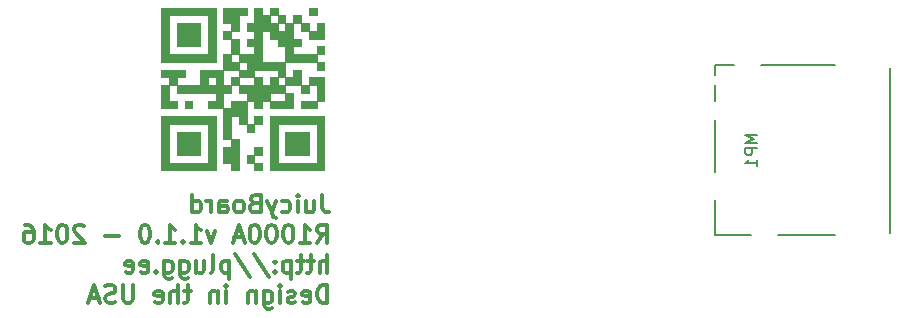
<source format=gbr>
G04 #@! TF.FileFunction,Legend,Bot*
%FSLAX46Y46*%
G04 Gerber Fmt 4.6, Leading zero omitted, Abs format (unit mm)*
G04 Created by KiCad (PCBNEW 4.0.3+e1-6302~38~ubuntu14.04.1-stable) date Wed Sep 28 21:03:55 2016*
%MOMM*%
%LPD*%
G01*
G04 APERTURE LIST*
%ADD10C,0.100000*%
%ADD11C,0.300000*%
%ADD12C,0.152400*%
%ADD13C,0.010000*%
%ADD14C,0.150000*%
G04 APERTURE END LIST*
D10*
D11*
X127114286Y-94953571D02*
X127114286Y-96025000D01*
X127185714Y-96239286D01*
X127328571Y-96382143D01*
X127542857Y-96453571D01*
X127685714Y-96453571D01*
X125757143Y-95453571D02*
X125757143Y-96453571D01*
X126400000Y-95453571D02*
X126400000Y-96239286D01*
X126328572Y-96382143D01*
X126185714Y-96453571D01*
X125971429Y-96453571D01*
X125828572Y-96382143D01*
X125757143Y-96310714D01*
X125042857Y-96453571D02*
X125042857Y-95453571D01*
X125042857Y-94953571D02*
X125114286Y-95025000D01*
X125042857Y-95096429D01*
X124971429Y-95025000D01*
X125042857Y-94953571D01*
X125042857Y-95096429D01*
X123685714Y-96382143D02*
X123828571Y-96453571D01*
X124114285Y-96453571D01*
X124257143Y-96382143D01*
X124328571Y-96310714D01*
X124400000Y-96167857D01*
X124400000Y-95739286D01*
X124328571Y-95596429D01*
X124257143Y-95525000D01*
X124114285Y-95453571D01*
X123828571Y-95453571D01*
X123685714Y-95525000D01*
X123185714Y-95453571D02*
X122828571Y-96453571D01*
X122471429Y-95453571D02*
X122828571Y-96453571D01*
X122971429Y-96810714D01*
X123042857Y-96882143D01*
X123185714Y-96953571D01*
X121400000Y-95667857D02*
X121185714Y-95739286D01*
X121114286Y-95810714D01*
X121042857Y-95953571D01*
X121042857Y-96167857D01*
X121114286Y-96310714D01*
X121185714Y-96382143D01*
X121328572Y-96453571D01*
X121900000Y-96453571D01*
X121900000Y-94953571D01*
X121400000Y-94953571D01*
X121257143Y-95025000D01*
X121185714Y-95096429D01*
X121114286Y-95239286D01*
X121114286Y-95382143D01*
X121185714Y-95525000D01*
X121257143Y-95596429D01*
X121400000Y-95667857D01*
X121900000Y-95667857D01*
X120185714Y-96453571D02*
X120328572Y-96382143D01*
X120400000Y-96310714D01*
X120471429Y-96167857D01*
X120471429Y-95739286D01*
X120400000Y-95596429D01*
X120328572Y-95525000D01*
X120185714Y-95453571D01*
X119971429Y-95453571D01*
X119828572Y-95525000D01*
X119757143Y-95596429D01*
X119685714Y-95739286D01*
X119685714Y-96167857D01*
X119757143Y-96310714D01*
X119828572Y-96382143D01*
X119971429Y-96453571D01*
X120185714Y-96453571D01*
X118400000Y-96453571D02*
X118400000Y-95667857D01*
X118471429Y-95525000D01*
X118614286Y-95453571D01*
X118900000Y-95453571D01*
X119042857Y-95525000D01*
X118400000Y-96382143D02*
X118542857Y-96453571D01*
X118900000Y-96453571D01*
X119042857Y-96382143D01*
X119114286Y-96239286D01*
X119114286Y-96096429D01*
X119042857Y-95953571D01*
X118900000Y-95882143D01*
X118542857Y-95882143D01*
X118400000Y-95810714D01*
X117685714Y-96453571D02*
X117685714Y-95453571D01*
X117685714Y-95739286D02*
X117614286Y-95596429D01*
X117542857Y-95525000D01*
X117400000Y-95453571D01*
X117257143Y-95453571D01*
X116114286Y-96453571D02*
X116114286Y-94953571D01*
X116114286Y-96382143D02*
X116257143Y-96453571D01*
X116542857Y-96453571D01*
X116685715Y-96382143D01*
X116757143Y-96310714D01*
X116828572Y-96167857D01*
X116828572Y-95739286D01*
X116757143Y-95596429D01*
X116685715Y-95525000D01*
X116542857Y-95453571D01*
X116257143Y-95453571D01*
X116114286Y-95525000D01*
X126685714Y-99003571D02*
X127185714Y-98289286D01*
X127542857Y-99003571D02*
X127542857Y-97503571D01*
X126971429Y-97503571D01*
X126828571Y-97575000D01*
X126757143Y-97646429D01*
X126685714Y-97789286D01*
X126685714Y-98003571D01*
X126757143Y-98146429D01*
X126828571Y-98217857D01*
X126971429Y-98289286D01*
X127542857Y-98289286D01*
X125257143Y-99003571D02*
X126114286Y-99003571D01*
X125685714Y-99003571D02*
X125685714Y-97503571D01*
X125828571Y-97717857D01*
X125971429Y-97860714D01*
X126114286Y-97932143D01*
X124328572Y-97503571D02*
X124185715Y-97503571D01*
X124042858Y-97575000D01*
X123971429Y-97646429D01*
X123900000Y-97789286D01*
X123828572Y-98075000D01*
X123828572Y-98432143D01*
X123900000Y-98717857D01*
X123971429Y-98860714D01*
X124042858Y-98932143D01*
X124185715Y-99003571D01*
X124328572Y-99003571D01*
X124471429Y-98932143D01*
X124542858Y-98860714D01*
X124614286Y-98717857D01*
X124685715Y-98432143D01*
X124685715Y-98075000D01*
X124614286Y-97789286D01*
X124542858Y-97646429D01*
X124471429Y-97575000D01*
X124328572Y-97503571D01*
X122900001Y-97503571D02*
X122757144Y-97503571D01*
X122614287Y-97575000D01*
X122542858Y-97646429D01*
X122471429Y-97789286D01*
X122400001Y-98075000D01*
X122400001Y-98432143D01*
X122471429Y-98717857D01*
X122542858Y-98860714D01*
X122614287Y-98932143D01*
X122757144Y-99003571D01*
X122900001Y-99003571D01*
X123042858Y-98932143D01*
X123114287Y-98860714D01*
X123185715Y-98717857D01*
X123257144Y-98432143D01*
X123257144Y-98075000D01*
X123185715Y-97789286D01*
X123114287Y-97646429D01*
X123042858Y-97575000D01*
X122900001Y-97503571D01*
X121471430Y-97503571D02*
X121328573Y-97503571D01*
X121185716Y-97575000D01*
X121114287Y-97646429D01*
X121042858Y-97789286D01*
X120971430Y-98075000D01*
X120971430Y-98432143D01*
X121042858Y-98717857D01*
X121114287Y-98860714D01*
X121185716Y-98932143D01*
X121328573Y-99003571D01*
X121471430Y-99003571D01*
X121614287Y-98932143D01*
X121685716Y-98860714D01*
X121757144Y-98717857D01*
X121828573Y-98432143D01*
X121828573Y-98075000D01*
X121757144Y-97789286D01*
X121685716Y-97646429D01*
X121614287Y-97575000D01*
X121471430Y-97503571D01*
X120400002Y-98575000D02*
X119685716Y-98575000D01*
X120542859Y-99003571D02*
X120042859Y-97503571D01*
X119542859Y-99003571D01*
X118042859Y-98003571D02*
X117685716Y-99003571D01*
X117328574Y-98003571D01*
X115971431Y-99003571D02*
X116828574Y-99003571D01*
X116400002Y-99003571D02*
X116400002Y-97503571D01*
X116542859Y-97717857D01*
X116685717Y-97860714D01*
X116828574Y-97932143D01*
X115328574Y-98860714D02*
X115257146Y-98932143D01*
X115328574Y-99003571D01*
X115400003Y-98932143D01*
X115328574Y-98860714D01*
X115328574Y-99003571D01*
X113828574Y-99003571D02*
X114685717Y-99003571D01*
X114257145Y-99003571D02*
X114257145Y-97503571D01*
X114400002Y-97717857D01*
X114542860Y-97860714D01*
X114685717Y-97932143D01*
X113185717Y-98860714D02*
X113114289Y-98932143D01*
X113185717Y-99003571D01*
X113257146Y-98932143D01*
X113185717Y-98860714D01*
X113185717Y-99003571D01*
X112185717Y-97503571D02*
X112042860Y-97503571D01*
X111900003Y-97575000D01*
X111828574Y-97646429D01*
X111757145Y-97789286D01*
X111685717Y-98075000D01*
X111685717Y-98432143D01*
X111757145Y-98717857D01*
X111828574Y-98860714D01*
X111900003Y-98932143D01*
X112042860Y-99003571D01*
X112185717Y-99003571D01*
X112328574Y-98932143D01*
X112400003Y-98860714D01*
X112471431Y-98717857D01*
X112542860Y-98432143D01*
X112542860Y-98075000D01*
X112471431Y-97789286D01*
X112400003Y-97646429D01*
X112328574Y-97575000D01*
X112185717Y-97503571D01*
X109900003Y-98432143D02*
X108757146Y-98432143D01*
X106971432Y-97646429D02*
X106900003Y-97575000D01*
X106757146Y-97503571D01*
X106400003Y-97503571D01*
X106257146Y-97575000D01*
X106185717Y-97646429D01*
X106114289Y-97789286D01*
X106114289Y-97932143D01*
X106185717Y-98146429D01*
X107042860Y-99003571D01*
X106114289Y-99003571D01*
X105185718Y-97503571D02*
X105042861Y-97503571D01*
X104900004Y-97575000D01*
X104828575Y-97646429D01*
X104757146Y-97789286D01*
X104685718Y-98075000D01*
X104685718Y-98432143D01*
X104757146Y-98717857D01*
X104828575Y-98860714D01*
X104900004Y-98932143D01*
X105042861Y-99003571D01*
X105185718Y-99003571D01*
X105328575Y-98932143D01*
X105400004Y-98860714D01*
X105471432Y-98717857D01*
X105542861Y-98432143D01*
X105542861Y-98075000D01*
X105471432Y-97789286D01*
X105400004Y-97646429D01*
X105328575Y-97575000D01*
X105185718Y-97503571D01*
X103257147Y-99003571D02*
X104114290Y-99003571D01*
X103685718Y-99003571D02*
X103685718Y-97503571D01*
X103828575Y-97717857D01*
X103971433Y-97860714D01*
X104114290Y-97932143D01*
X101971433Y-97503571D02*
X102257147Y-97503571D01*
X102400004Y-97575000D01*
X102471433Y-97646429D01*
X102614290Y-97860714D01*
X102685719Y-98146429D01*
X102685719Y-98717857D01*
X102614290Y-98860714D01*
X102542862Y-98932143D01*
X102400004Y-99003571D01*
X102114290Y-99003571D01*
X101971433Y-98932143D01*
X101900004Y-98860714D01*
X101828576Y-98717857D01*
X101828576Y-98360714D01*
X101900004Y-98217857D01*
X101971433Y-98146429D01*
X102114290Y-98075000D01*
X102400004Y-98075000D01*
X102542862Y-98146429D01*
X102614290Y-98217857D01*
X102685719Y-98360714D01*
X127542857Y-101553571D02*
X127542857Y-100053571D01*
X126900000Y-101553571D02*
X126900000Y-100767857D01*
X126971429Y-100625000D01*
X127114286Y-100553571D01*
X127328571Y-100553571D01*
X127471429Y-100625000D01*
X127542857Y-100696429D01*
X126400000Y-100553571D02*
X125828571Y-100553571D01*
X126185714Y-100053571D02*
X126185714Y-101339286D01*
X126114286Y-101482143D01*
X125971428Y-101553571D01*
X125828571Y-101553571D01*
X125542857Y-100553571D02*
X124971428Y-100553571D01*
X125328571Y-100053571D02*
X125328571Y-101339286D01*
X125257143Y-101482143D01*
X125114285Y-101553571D01*
X124971428Y-101553571D01*
X124471428Y-100553571D02*
X124471428Y-102053571D01*
X124471428Y-100625000D02*
X124328571Y-100553571D01*
X124042857Y-100553571D01*
X123900000Y-100625000D01*
X123828571Y-100696429D01*
X123757142Y-100839286D01*
X123757142Y-101267857D01*
X123828571Y-101410714D01*
X123900000Y-101482143D01*
X124042857Y-101553571D01*
X124328571Y-101553571D01*
X124471428Y-101482143D01*
X123114285Y-101410714D02*
X123042857Y-101482143D01*
X123114285Y-101553571D01*
X123185714Y-101482143D01*
X123114285Y-101410714D01*
X123114285Y-101553571D01*
X123114285Y-100625000D02*
X123042857Y-100696429D01*
X123114285Y-100767857D01*
X123185714Y-100696429D01*
X123114285Y-100625000D01*
X123114285Y-100767857D01*
X121328571Y-99982143D02*
X122614285Y-101910714D01*
X119757142Y-99982143D02*
X121042856Y-101910714D01*
X119257141Y-100553571D02*
X119257141Y-102053571D01*
X119257141Y-100625000D02*
X119114284Y-100553571D01*
X118828570Y-100553571D01*
X118685713Y-100625000D01*
X118614284Y-100696429D01*
X118542855Y-100839286D01*
X118542855Y-101267857D01*
X118614284Y-101410714D01*
X118685713Y-101482143D01*
X118828570Y-101553571D01*
X119114284Y-101553571D01*
X119257141Y-101482143D01*
X117685712Y-101553571D02*
X117828570Y-101482143D01*
X117899998Y-101339286D01*
X117899998Y-100053571D01*
X116471427Y-100553571D02*
X116471427Y-101553571D01*
X117114284Y-100553571D02*
X117114284Y-101339286D01*
X117042856Y-101482143D01*
X116899998Y-101553571D01*
X116685713Y-101553571D01*
X116542856Y-101482143D01*
X116471427Y-101410714D01*
X115114284Y-100553571D02*
X115114284Y-101767857D01*
X115185713Y-101910714D01*
X115257141Y-101982143D01*
X115399998Y-102053571D01*
X115614284Y-102053571D01*
X115757141Y-101982143D01*
X115114284Y-101482143D02*
X115257141Y-101553571D01*
X115542855Y-101553571D01*
X115685713Y-101482143D01*
X115757141Y-101410714D01*
X115828570Y-101267857D01*
X115828570Y-100839286D01*
X115757141Y-100696429D01*
X115685713Y-100625000D01*
X115542855Y-100553571D01*
X115257141Y-100553571D01*
X115114284Y-100625000D01*
X113757141Y-100553571D02*
X113757141Y-101767857D01*
X113828570Y-101910714D01*
X113899998Y-101982143D01*
X114042855Y-102053571D01*
X114257141Y-102053571D01*
X114399998Y-101982143D01*
X113757141Y-101482143D02*
X113899998Y-101553571D01*
X114185712Y-101553571D01*
X114328570Y-101482143D01*
X114399998Y-101410714D01*
X114471427Y-101267857D01*
X114471427Y-100839286D01*
X114399998Y-100696429D01*
X114328570Y-100625000D01*
X114185712Y-100553571D01*
X113899998Y-100553571D01*
X113757141Y-100625000D01*
X113042855Y-101410714D02*
X112971427Y-101482143D01*
X113042855Y-101553571D01*
X113114284Y-101482143D01*
X113042855Y-101410714D01*
X113042855Y-101553571D01*
X111757141Y-101482143D02*
X111899998Y-101553571D01*
X112185712Y-101553571D01*
X112328569Y-101482143D01*
X112399998Y-101339286D01*
X112399998Y-100767857D01*
X112328569Y-100625000D01*
X112185712Y-100553571D01*
X111899998Y-100553571D01*
X111757141Y-100625000D01*
X111685712Y-100767857D01*
X111685712Y-100910714D01*
X112399998Y-101053571D01*
X110471427Y-101482143D02*
X110614284Y-101553571D01*
X110899998Y-101553571D01*
X111042855Y-101482143D01*
X111114284Y-101339286D01*
X111114284Y-100767857D01*
X111042855Y-100625000D01*
X110899998Y-100553571D01*
X110614284Y-100553571D01*
X110471427Y-100625000D01*
X110399998Y-100767857D01*
X110399998Y-100910714D01*
X111114284Y-101053571D01*
X127542857Y-104103571D02*
X127542857Y-102603571D01*
X127185714Y-102603571D01*
X126971429Y-102675000D01*
X126828571Y-102817857D01*
X126757143Y-102960714D01*
X126685714Y-103246429D01*
X126685714Y-103460714D01*
X126757143Y-103746429D01*
X126828571Y-103889286D01*
X126971429Y-104032143D01*
X127185714Y-104103571D01*
X127542857Y-104103571D01*
X125471429Y-104032143D02*
X125614286Y-104103571D01*
X125900000Y-104103571D01*
X126042857Y-104032143D01*
X126114286Y-103889286D01*
X126114286Y-103317857D01*
X126042857Y-103175000D01*
X125900000Y-103103571D01*
X125614286Y-103103571D01*
X125471429Y-103175000D01*
X125400000Y-103317857D01*
X125400000Y-103460714D01*
X126114286Y-103603571D01*
X124828572Y-104032143D02*
X124685715Y-104103571D01*
X124400000Y-104103571D01*
X124257143Y-104032143D01*
X124185715Y-103889286D01*
X124185715Y-103817857D01*
X124257143Y-103675000D01*
X124400000Y-103603571D01*
X124614286Y-103603571D01*
X124757143Y-103532143D01*
X124828572Y-103389286D01*
X124828572Y-103317857D01*
X124757143Y-103175000D01*
X124614286Y-103103571D01*
X124400000Y-103103571D01*
X124257143Y-103175000D01*
X123542857Y-104103571D02*
X123542857Y-103103571D01*
X123542857Y-102603571D02*
X123614286Y-102675000D01*
X123542857Y-102746429D01*
X123471429Y-102675000D01*
X123542857Y-102603571D01*
X123542857Y-102746429D01*
X122185714Y-103103571D02*
X122185714Y-104317857D01*
X122257143Y-104460714D01*
X122328571Y-104532143D01*
X122471428Y-104603571D01*
X122685714Y-104603571D01*
X122828571Y-104532143D01*
X122185714Y-104032143D02*
X122328571Y-104103571D01*
X122614285Y-104103571D01*
X122757143Y-104032143D01*
X122828571Y-103960714D01*
X122900000Y-103817857D01*
X122900000Y-103389286D01*
X122828571Y-103246429D01*
X122757143Y-103175000D01*
X122614285Y-103103571D01*
X122328571Y-103103571D01*
X122185714Y-103175000D01*
X121471428Y-103103571D02*
X121471428Y-104103571D01*
X121471428Y-103246429D02*
X121400000Y-103175000D01*
X121257142Y-103103571D01*
X121042857Y-103103571D01*
X120900000Y-103175000D01*
X120828571Y-103317857D01*
X120828571Y-104103571D01*
X118971428Y-104103571D02*
X118971428Y-103103571D01*
X118971428Y-102603571D02*
X119042857Y-102675000D01*
X118971428Y-102746429D01*
X118900000Y-102675000D01*
X118971428Y-102603571D01*
X118971428Y-102746429D01*
X118257142Y-103103571D02*
X118257142Y-104103571D01*
X118257142Y-103246429D02*
X118185714Y-103175000D01*
X118042856Y-103103571D01*
X117828571Y-103103571D01*
X117685714Y-103175000D01*
X117614285Y-103317857D01*
X117614285Y-104103571D01*
X115971428Y-103103571D02*
X115399999Y-103103571D01*
X115757142Y-102603571D02*
X115757142Y-103889286D01*
X115685714Y-104032143D01*
X115542856Y-104103571D01*
X115399999Y-104103571D01*
X114899999Y-104103571D02*
X114899999Y-102603571D01*
X114257142Y-104103571D02*
X114257142Y-103317857D01*
X114328571Y-103175000D01*
X114471428Y-103103571D01*
X114685713Y-103103571D01*
X114828571Y-103175000D01*
X114899999Y-103246429D01*
X112971428Y-104032143D02*
X113114285Y-104103571D01*
X113399999Y-104103571D01*
X113542856Y-104032143D01*
X113614285Y-103889286D01*
X113614285Y-103317857D01*
X113542856Y-103175000D01*
X113399999Y-103103571D01*
X113114285Y-103103571D01*
X112971428Y-103175000D01*
X112899999Y-103317857D01*
X112899999Y-103460714D01*
X113614285Y-103603571D01*
X111114285Y-102603571D02*
X111114285Y-103817857D01*
X111042857Y-103960714D01*
X110971428Y-104032143D01*
X110828571Y-104103571D01*
X110542857Y-104103571D01*
X110399999Y-104032143D01*
X110328571Y-103960714D01*
X110257142Y-103817857D01*
X110257142Y-102603571D01*
X109614285Y-104032143D02*
X109399999Y-104103571D01*
X109042856Y-104103571D01*
X108899999Y-104032143D01*
X108828570Y-103960714D01*
X108757142Y-103817857D01*
X108757142Y-103675000D01*
X108828570Y-103532143D01*
X108899999Y-103460714D01*
X109042856Y-103389286D01*
X109328570Y-103317857D01*
X109471428Y-103246429D01*
X109542856Y-103175000D01*
X109614285Y-103032143D01*
X109614285Y-102889286D01*
X109542856Y-102746429D01*
X109471428Y-102675000D01*
X109328570Y-102603571D01*
X108971428Y-102603571D01*
X108757142Y-102675000D01*
X108185714Y-103675000D02*
X107471428Y-103675000D01*
X108328571Y-104103571D02*
X107828571Y-102603571D01*
X107328571Y-104103571D01*
D12*
X160400000Y-84800000D02*
X160400000Y-84000000D01*
X160400000Y-84000000D02*
X162000000Y-84000000D01*
X160400000Y-87000000D02*
X160400000Y-85700000D01*
X160400000Y-93000000D02*
X160400000Y-88600000D01*
X163400000Y-98400000D02*
X160400000Y-98400000D01*
X160400000Y-98400000D02*
X160400000Y-95400000D01*
X170500000Y-98400000D02*
X165700000Y-98400000D01*
X170500000Y-84000000D02*
X164300000Y-84000000D01*
X175200000Y-84200000D02*
X175200000Y-98200000D01*
D13*
G36*
X118102843Y-79108527D02*
X113508527Y-79108527D01*
X113508527Y-83046511D01*
X114164858Y-83046511D01*
X114164858Y-79764858D01*
X117446512Y-79764858D01*
X117446512Y-83046511D01*
X114164858Y-83046511D01*
X113508527Y-83046511D01*
X113508527Y-83702842D01*
X118102843Y-83702842D01*
X118102843Y-79108527D01*
X118102843Y-79108527D01*
G37*
X118102843Y-79108527D02*
X113508527Y-79108527D01*
X113508527Y-83046511D01*
X114164858Y-83046511D01*
X114164858Y-79764858D01*
X117446512Y-79764858D01*
X117446512Y-83046511D01*
X114164858Y-83046511D01*
X113508527Y-83046511D01*
X113508527Y-83702842D01*
X118102843Y-83702842D01*
X118102843Y-79108527D01*
G36*
X120071835Y-79764858D02*
X120728166Y-79764858D01*
X120728166Y-79108527D01*
X118759173Y-79108527D01*
X118759173Y-80421188D01*
X119415504Y-80421188D01*
X119415504Y-81077519D01*
X120071835Y-81077519D01*
X120071835Y-79764858D01*
X120071835Y-79764858D01*
G37*
X120071835Y-79764858D02*
X120728166Y-79764858D01*
X120728166Y-79108527D01*
X118759173Y-79108527D01*
X118759173Y-80421188D01*
X119415504Y-80421188D01*
X119415504Y-81077519D01*
X120071835Y-81077519D01*
X120071835Y-79764858D01*
G36*
X125322481Y-79764858D02*
X124666150Y-79764858D01*
X124666150Y-80421188D01*
X125322481Y-80421188D01*
X125322481Y-79764858D01*
X125322481Y-79764858D01*
G37*
X125322481Y-79764858D02*
X124666150Y-79764858D01*
X124666150Y-80421188D01*
X125322481Y-80421188D01*
X125322481Y-79764858D01*
G36*
X125978812Y-81733850D02*
X127291473Y-81733850D01*
X127291473Y-80421188D01*
X126635142Y-80421188D01*
X126635142Y-81077519D01*
X125978812Y-81077519D01*
X125978812Y-81733850D01*
X125978812Y-81733850D01*
G37*
X125978812Y-81733850D02*
X127291473Y-81733850D01*
X127291473Y-80421188D01*
X126635142Y-80421188D01*
X126635142Y-81077519D01*
X125978812Y-81077519D01*
X125978812Y-81733850D01*
G36*
X119415504Y-81077519D02*
X118759173Y-81077519D01*
X118759173Y-81733850D01*
X119415504Y-81733850D01*
X119415504Y-81077519D01*
X119415504Y-81077519D01*
G37*
X119415504Y-81077519D02*
X118759173Y-81077519D01*
X118759173Y-81733850D01*
X119415504Y-81733850D01*
X119415504Y-81077519D01*
G36*
X127291473Y-82390181D02*
X126635142Y-82390181D01*
X126635142Y-83046511D01*
X127291473Y-83046511D01*
X127291473Y-82390181D01*
X127291473Y-82390181D01*
G37*
X127291473Y-82390181D02*
X126635142Y-82390181D01*
X126635142Y-83046511D01*
X127291473Y-83046511D01*
X127291473Y-82390181D01*
G36*
X127291473Y-83702842D02*
X126635142Y-83702842D01*
X126635142Y-84359173D01*
X127291473Y-84359173D01*
X127291473Y-83702842D01*
X127291473Y-83702842D01*
G37*
X127291473Y-83702842D02*
X126635142Y-83702842D01*
X126635142Y-84359173D01*
X127291473Y-84359173D01*
X127291473Y-83702842D01*
G36*
X127291473Y-85015504D02*
X125978812Y-85015504D01*
X125978812Y-85671834D01*
X126635142Y-85671834D01*
X126635142Y-86984496D01*
X127291473Y-86984496D01*
X127291473Y-85015504D01*
X127291473Y-85015504D01*
G37*
X127291473Y-85015504D02*
X125978812Y-85015504D01*
X125978812Y-85671834D01*
X126635142Y-85671834D01*
X126635142Y-86984496D01*
X127291473Y-86984496D01*
X127291473Y-85015504D01*
G36*
X114821189Y-86984496D02*
X114164858Y-86984496D01*
X114164858Y-85671834D01*
X113508527Y-85671834D01*
X113508527Y-87640827D01*
X114821189Y-87640827D01*
X114821189Y-86984496D01*
X114821189Y-86984496D01*
G37*
X114821189Y-86984496D02*
X114164858Y-86984496D01*
X114164858Y-85671834D01*
X113508527Y-85671834D01*
X113508527Y-87640827D01*
X114821189Y-87640827D01*
X114821189Y-86984496D01*
G36*
X125978812Y-85671834D02*
X125322481Y-85671834D01*
X125322481Y-86328165D01*
X125978812Y-86328165D01*
X125978812Y-85671834D01*
X125978812Y-85671834D01*
G37*
X125978812Y-85671834D02*
X125322481Y-85671834D01*
X125322481Y-86328165D01*
X125978812Y-86328165D01*
X125978812Y-85671834D01*
G36*
X126635142Y-86984496D02*
X125322481Y-86984496D01*
X125322481Y-87640827D01*
X126635142Y-87640827D01*
X126635142Y-86984496D01*
X126635142Y-86984496D01*
G37*
X126635142Y-86984496D02*
X125322481Y-86984496D01*
X125322481Y-87640827D01*
X126635142Y-87640827D01*
X126635142Y-86984496D01*
G36*
X122040827Y-88297157D02*
X121384496Y-88297157D01*
X121384496Y-88953488D01*
X122040827Y-88953488D01*
X122040827Y-88297157D01*
X122040827Y-88297157D01*
G37*
X122040827Y-88297157D02*
X121384496Y-88297157D01*
X121384496Y-88953488D01*
X122040827Y-88953488D01*
X122040827Y-88297157D01*
G36*
X121384496Y-88953488D02*
X120728166Y-88953488D01*
X120728166Y-89609819D01*
X121384496Y-89609819D01*
X121384496Y-88953488D01*
X121384496Y-88953488D01*
G37*
X121384496Y-88953488D02*
X120728166Y-88953488D01*
X120728166Y-89609819D01*
X121384496Y-89609819D01*
X121384496Y-88953488D01*
G36*
X120071835Y-90266150D02*
X119415504Y-90266150D01*
X119415504Y-90922480D01*
X118759173Y-90922480D01*
X118759173Y-92235142D01*
X119415504Y-92235142D01*
X119415504Y-92891473D01*
X120071835Y-92891473D01*
X120071835Y-90266150D01*
X120071835Y-90266150D01*
G37*
X120071835Y-90266150D02*
X119415504Y-90266150D01*
X119415504Y-90922480D01*
X118759173Y-90922480D01*
X118759173Y-92235142D01*
X119415504Y-92235142D01*
X119415504Y-92891473D01*
X120071835Y-92891473D01*
X120071835Y-90266150D01*
G36*
X114821189Y-85015504D02*
X115477520Y-85015504D01*
X115477520Y-84359173D01*
X113508527Y-84359173D01*
X113508527Y-85015504D01*
X114164858Y-85015504D01*
X114164858Y-85671834D01*
X114821189Y-85671834D01*
X114821189Y-85015504D01*
X114821189Y-85015504D01*
G37*
X114821189Y-85015504D02*
X115477520Y-85015504D01*
X115477520Y-84359173D01*
X113508527Y-84359173D01*
X113508527Y-85015504D01*
X114164858Y-85015504D01*
X114164858Y-85671834D01*
X114821189Y-85671834D01*
X114821189Y-85015504D01*
G36*
X125978812Y-80421188D02*
X125322481Y-80421188D01*
X125322481Y-81077519D01*
X125978812Y-81077519D01*
X125978812Y-80421188D01*
X125978812Y-80421188D01*
G37*
X125978812Y-80421188D02*
X125322481Y-80421188D01*
X125322481Y-81077519D01*
X125978812Y-81077519D01*
X125978812Y-80421188D01*
G36*
X126635142Y-83702842D02*
X126635142Y-83046511D01*
X124666150Y-83046511D01*
X124666150Y-82390181D01*
X125322481Y-82390181D01*
X125322481Y-81733850D01*
X124666150Y-81733850D01*
X124666150Y-80421188D01*
X124009819Y-80421188D01*
X124009819Y-79764858D01*
X123353489Y-79764858D01*
X123353489Y-79108527D01*
X122697158Y-79108527D01*
X122697158Y-79764858D01*
X122040827Y-79764858D01*
X122040827Y-79108527D01*
X121384496Y-79108527D01*
X121384496Y-80421188D01*
X122697158Y-80421188D01*
X122697158Y-79764858D01*
X123353489Y-79764858D01*
X123353489Y-80421188D01*
X122697158Y-80421188D01*
X121384496Y-80421188D01*
X120728166Y-80421188D01*
X120728166Y-81077519D01*
X121384496Y-81077519D01*
X121384496Y-81733850D01*
X120728166Y-81733850D01*
X120728166Y-82390181D01*
X121384496Y-82390181D01*
X121384496Y-83046511D01*
X120071835Y-83046511D01*
X120071835Y-81733850D01*
X119415504Y-81733850D01*
X119415504Y-83046511D01*
X118759173Y-83046511D01*
X118759173Y-83702842D01*
X119415504Y-83702842D01*
X119415504Y-83046511D01*
X120071835Y-83046511D01*
X120071835Y-83702842D01*
X119415504Y-83702842D01*
X118759173Y-83702842D01*
X118759173Y-84359173D01*
X116790181Y-84359173D01*
X116790181Y-85671834D01*
X117446512Y-85671834D01*
X117446512Y-85015504D01*
X118102843Y-85015504D01*
X118102843Y-85671834D01*
X117446512Y-85671834D01*
X116790181Y-85671834D01*
X114821189Y-85671834D01*
X114821189Y-86328165D01*
X118102843Y-86328165D01*
X118102843Y-86984496D01*
X117446512Y-86984496D01*
X117446512Y-87640827D01*
X118759173Y-87640827D01*
X118759173Y-86328165D01*
X119415504Y-86328165D01*
X119415504Y-85671834D01*
X118759173Y-85671834D01*
X118759173Y-84359173D01*
X120071835Y-84359173D01*
X120071835Y-83702842D01*
X120728166Y-83702842D01*
X122040827Y-83702842D01*
X122040827Y-81077519D01*
X122697158Y-81077519D01*
X123353489Y-81077519D01*
X123353489Y-80421188D01*
X124009819Y-80421188D01*
X124009819Y-81077519D01*
X123353489Y-81077519D01*
X122697158Y-81077519D01*
X122697158Y-81733850D01*
X123353489Y-81733850D01*
X123353489Y-82390181D01*
X124009819Y-82390181D01*
X124009819Y-83702842D01*
X122040827Y-83702842D01*
X120728166Y-83702842D01*
X120728166Y-84359173D01*
X120071835Y-84359173D01*
X120071835Y-85015504D01*
X121384496Y-85015504D01*
X121384496Y-84359173D01*
X123353489Y-84359173D01*
X123353489Y-85015504D01*
X122697158Y-85015504D01*
X122697158Y-85671834D01*
X123353489Y-85671834D01*
X123353489Y-85015504D01*
X124009819Y-85015504D01*
X124009819Y-85671834D01*
X123353489Y-85671834D01*
X122697158Y-85671834D01*
X122040827Y-85671834D01*
X122040827Y-85015504D01*
X121384496Y-85015504D01*
X121384496Y-85671834D01*
X120071835Y-85671834D01*
X120071835Y-86328165D01*
X120728166Y-86328165D01*
X120728166Y-86984496D01*
X119415504Y-86984496D01*
X119415504Y-87640827D01*
X118759173Y-87640827D01*
X118759173Y-90266150D01*
X119415504Y-90266150D01*
X119415504Y-88297157D01*
X120071835Y-88297157D01*
X120071835Y-88953488D01*
X120728166Y-88953488D01*
X120728166Y-86984496D01*
X121384496Y-86984496D01*
X121384496Y-87640827D01*
X122040827Y-87640827D01*
X122040827Y-86984496D01*
X122697158Y-86984496D01*
X122697158Y-86328165D01*
X124009819Y-86328165D01*
X124009819Y-86984496D01*
X122697158Y-86984496D01*
X122697158Y-87640827D01*
X124666150Y-87640827D01*
X124666150Y-86328165D01*
X124009819Y-86328165D01*
X124009819Y-85671834D01*
X125322481Y-85671834D01*
X125322481Y-84359173D01*
X124666150Y-84359173D01*
X124666150Y-85015504D01*
X124009819Y-85015504D01*
X124009819Y-83702842D01*
X126635142Y-83702842D01*
X126635142Y-83702842D01*
G37*
X126635142Y-83702842D02*
X126635142Y-83046511D01*
X124666150Y-83046511D01*
X124666150Y-82390181D01*
X125322481Y-82390181D01*
X125322481Y-81733850D01*
X124666150Y-81733850D01*
X124666150Y-80421188D01*
X124009819Y-80421188D01*
X124009819Y-79764858D01*
X123353489Y-79764858D01*
X123353489Y-79108527D01*
X122697158Y-79108527D01*
X122697158Y-79764858D01*
X122040827Y-79764858D01*
X122040827Y-79108527D01*
X121384496Y-79108527D01*
X121384496Y-80421188D01*
X122697158Y-80421188D01*
X122697158Y-79764858D01*
X123353489Y-79764858D01*
X123353489Y-80421188D01*
X122697158Y-80421188D01*
X121384496Y-80421188D01*
X120728166Y-80421188D01*
X120728166Y-81077519D01*
X121384496Y-81077519D01*
X121384496Y-81733850D01*
X120728166Y-81733850D01*
X120728166Y-82390181D01*
X121384496Y-82390181D01*
X121384496Y-83046511D01*
X120071835Y-83046511D01*
X120071835Y-81733850D01*
X119415504Y-81733850D01*
X119415504Y-83046511D01*
X118759173Y-83046511D01*
X118759173Y-83702842D01*
X119415504Y-83702842D01*
X119415504Y-83046511D01*
X120071835Y-83046511D01*
X120071835Y-83702842D01*
X119415504Y-83702842D01*
X118759173Y-83702842D01*
X118759173Y-84359173D01*
X116790181Y-84359173D01*
X116790181Y-85671834D01*
X117446512Y-85671834D01*
X117446512Y-85015504D01*
X118102843Y-85015504D01*
X118102843Y-85671834D01*
X117446512Y-85671834D01*
X116790181Y-85671834D01*
X114821189Y-85671834D01*
X114821189Y-86328165D01*
X118102843Y-86328165D01*
X118102843Y-86984496D01*
X117446512Y-86984496D01*
X117446512Y-87640827D01*
X118759173Y-87640827D01*
X118759173Y-86328165D01*
X119415504Y-86328165D01*
X119415504Y-85671834D01*
X118759173Y-85671834D01*
X118759173Y-84359173D01*
X120071835Y-84359173D01*
X120071835Y-83702842D01*
X120728166Y-83702842D01*
X122040827Y-83702842D01*
X122040827Y-81077519D01*
X122697158Y-81077519D01*
X123353489Y-81077519D01*
X123353489Y-80421188D01*
X124009819Y-80421188D01*
X124009819Y-81077519D01*
X123353489Y-81077519D01*
X122697158Y-81077519D01*
X122697158Y-81733850D01*
X123353489Y-81733850D01*
X123353489Y-82390181D01*
X124009819Y-82390181D01*
X124009819Y-83702842D01*
X122040827Y-83702842D01*
X120728166Y-83702842D01*
X120728166Y-84359173D01*
X120071835Y-84359173D01*
X120071835Y-85015504D01*
X121384496Y-85015504D01*
X121384496Y-84359173D01*
X123353489Y-84359173D01*
X123353489Y-85015504D01*
X122697158Y-85015504D01*
X122697158Y-85671834D01*
X123353489Y-85671834D01*
X123353489Y-85015504D01*
X124009819Y-85015504D01*
X124009819Y-85671834D01*
X123353489Y-85671834D01*
X122697158Y-85671834D01*
X122040827Y-85671834D01*
X122040827Y-85015504D01*
X121384496Y-85015504D01*
X121384496Y-85671834D01*
X120071835Y-85671834D01*
X120071835Y-86328165D01*
X120728166Y-86328165D01*
X120728166Y-86984496D01*
X119415504Y-86984496D01*
X119415504Y-87640827D01*
X118759173Y-87640827D01*
X118759173Y-90266150D01*
X119415504Y-90266150D01*
X119415504Y-88297157D01*
X120071835Y-88297157D01*
X120071835Y-88953488D01*
X120728166Y-88953488D01*
X120728166Y-86984496D01*
X121384496Y-86984496D01*
X121384496Y-87640827D01*
X122040827Y-87640827D01*
X122040827Y-86984496D01*
X122697158Y-86984496D01*
X122697158Y-86328165D01*
X124009819Y-86328165D01*
X124009819Y-86984496D01*
X122697158Y-86984496D01*
X122697158Y-87640827D01*
X124666150Y-87640827D01*
X124666150Y-86328165D01*
X124009819Y-86328165D01*
X124009819Y-85671834D01*
X125322481Y-85671834D01*
X125322481Y-84359173D01*
X124666150Y-84359173D01*
X124666150Y-85015504D01*
X124009819Y-85015504D01*
X124009819Y-83702842D01*
X126635142Y-83702842D01*
G36*
X126635142Y-79108527D02*
X125978812Y-79108527D01*
X125978812Y-79764858D01*
X126635142Y-79764858D01*
X126635142Y-79108527D01*
X126635142Y-79108527D01*
G37*
X126635142Y-79108527D02*
X125978812Y-79108527D01*
X125978812Y-79764858D01*
X126635142Y-79764858D01*
X126635142Y-79108527D01*
G36*
X116133850Y-86984496D02*
X115477520Y-86984496D01*
X115477520Y-87640827D01*
X116133850Y-87640827D01*
X116133850Y-86984496D01*
X116133850Y-86984496D01*
G37*
X116133850Y-86984496D02*
X115477520Y-86984496D01*
X115477520Y-87640827D01*
X116133850Y-87640827D01*
X116133850Y-86984496D01*
G36*
X118102843Y-88297157D02*
X113508527Y-88297157D01*
X113508527Y-92235142D01*
X114164858Y-92235142D01*
X114164858Y-88953488D01*
X117446512Y-88953488D01*
X117446512Y-92235142D01*
X114164858Y-92235142D01*
X113508527Y-92235142D01*
X113508527Y-92891473D01*
X118102843Y-92891473D01*
X118102843Y-88297157D01*
X118102843Y-88297157D01*
G37*
X118102843Y-88297157D02*
X113508527Y-88297157D01*
X113508527Y-92235142D01*
X114164858Y-92235142D01*
X114164858Y-88953488D01*
X117446512Y-88953488D01*
X117446512Y-92235142D01*
X114164858Y-92235142D01*
X113508527Y-92235142D01*
X113508527Y-92891473D01*
X118102843Y-92891473D01*
X118102843Y-88297157D01*
G36*
X127291473Y-88297157D02*
X122697158Y-88297157D01*
X122697158Y-92235142D01*
X123353489Y-92235142D01*
X123353489Y-88953488D01*
X126635142Y-88953488D01*
X126635142Y-92235142D01*
X123353489Y-92235142D01*
X122697158Y-92235142D01*
X122697158Y-92891473D01*
X127291473Y-92891473D01*
X127291473Y-88297157D01*
X127291473Y-88297157D01*
G37*
X127291473Y-88297157D02*
X122697158Y-88297157D01*
X122697158Y-92235142D01*
X123353489Y-92235142D01*
X123353489Y-88953488D01*
X126635142Y-88953488D01*
X126635142Y-92235142D01*
X123353489Y-92235142D01*
X122697158Y-92235142D01*
X122697158Y-92891473D01*
X127291473Y-92891473D01*
X127291473Y-88297157D01*
G36*
X122040827Y-90922480D02*
X121384496Y-90922480D01*
X121384496Y-91578811D01*
X122040827Y-91578811D01*
X122040827Y-90922480D01*
X122040827Y-90922480D01*
G37*
X122040827Y-90922480D02*
X121384496Y-90922480D01*
X121384496Y-91578811D01*
X122040827Y-91578811D01*
X122040827Y-90922480D01*
G36*
X121384496Y-91578811D02*
X120728166Y-91578811D01*
X120728166Y-92235142D01*
X121384496Y-92235142D01*
X121384496Y-91578811D01*
X121384496Y-91578811D01*
G37*
X121384496Y-91578811D02*
X120728166Y-91578811D01*
X120728166Y-92235142D01*
X121384496Y-92235142D01*
X121384496Y-91578811D01*
G36*
X122040827Y-92235142D02*
X121384496Y-92235142D01*
X121384496Y-92891473D01*
X122040827Y-92891473D01*
X122040827Y-92235142D01*
X122040827Y-92235142D01*
G37*
X122040827Y-92235142D02*
X121384496Y-92235142D01*
X121384496Y-92891473D01*
X122040827Y-92891473D01*
X122040827Y-92235142D01*
G36*
X116790181Y-80421188D02*
X114821189Y-80421188D01*
X114821189Y-82390181D01*
X116790181Y-82390181D01*
X116790181Y-80421188D01*
X116790181Y-80421188D01*
G37*
X116790181Y-80421188D02*
X114821189Y-80421188D01*
X114821189Y-82390181D01*
X116790181Y-82390181D01*
X116790181Y-80421188D01*
G36*
X120071835Y-85015504D02*
X119415504Y-85015504D01*
X119415504Y-85671834D01*
X120071835Y-85671834D01*
X120071835Y-85015504D01*
X120071835Y-85015504D01*
G37*
X120071835Y-85015504D02*
X119415504Y-85015504D01*
X119415504Y-85671834D01*
X120071835Y-85671834D01*
X120071835Y-85015504D01*
G36*
X116790181Y-89609819D02*
X114821189Y-89609819D01*
X114821189Y-91578811D01*
X116790181Y-91578811D01*
X116790181Y-89609819D01*
X116790181Y-89609819D01*
G37*
X116790181Y-89609819D02*
X114821189Y-89609819D01*
X114821189Y-91578811D01*
X116790181Y-91578811D01*
X116790181Y-89609819D01*
G36*
X125978812Y-89609819D02*
X124009819Y-89609819D01*
X124009819Y-91578811D01*
X125978812Y-91578811D01*
X125978812Y-89609819D01*
X125978812Y-89609819D01*
G37*
X125978812Y-89609819D02*
X124009819Y-89609819D01*
X124009819Y-91578811D01*
X125978812Y-91578811D01*
X125978812Y-89609819D01*
D14*
X163952381Y-89890476D02*
X162952381Y-89890476D01*
X163666667Y-90223810D01*
X162952381Y-90557143D01*
X163952381Y-90557143D01*
X163952381Y-91033333D02*
X162952381Y-91033333D01*
X162952381Y-91414286D01*
X163000000Y-91509524D01*
X163047619Y-91557143D01*
X163142857Y-91604762D01*
X163285714Y-91604762D01*
X163380952Y-91557143D01*
X163428571Y-91509524D01*
X163476190Y-91414286D01*
X163476190Y-91033333D01*
X163952381Y-92557143D02*
X163952381Y-91985714D01*
X163952381Y-92271428D02*
X162952381Y-92271428D01*
X163095238Y-92176190D01*
X163190476Y-92080952D01*
X163238095Y-91985714D01*
M02*

</source>
